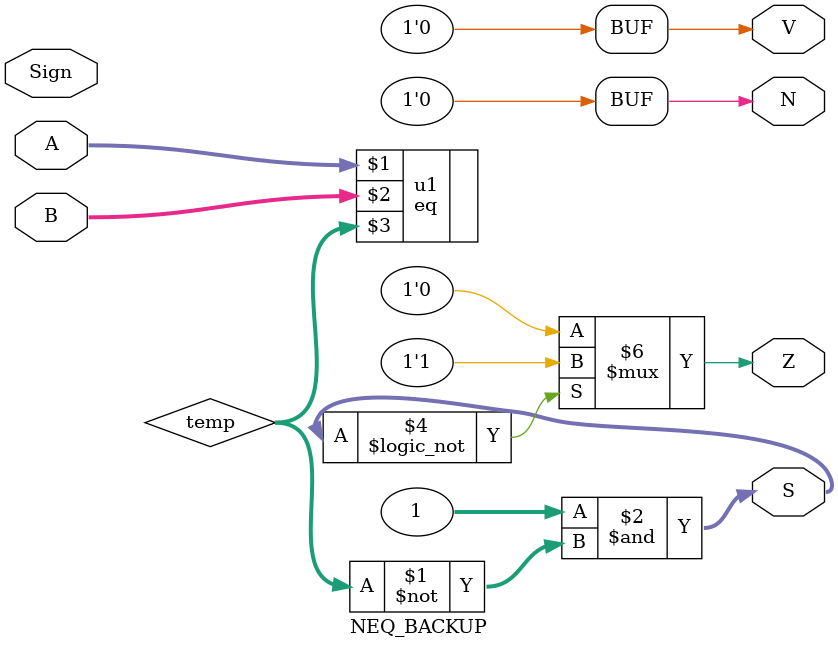
<source format=v>
`timescale 1ns / 1ps

module NEQ( A, B, Sign, S, V);

    input [31:0] A;
    input [31:0] B;
    input Sign;

    output reg [31:0] S;
    output reg V;

    always@(*)
    begin
        if (A != B) S = 1;
	    else S = 0;
        V = 0;
    end

endmodule

module NEQ_BACKUP( A, B, Sign, S, Z, V, N);

    input [31:0] A;
    input [31:0] B;
    input Sign;

    output [31:0] S;
    output reg Z;
    output reg V;
    output reg N;

    wire   [31:0] temp;
    eq u1(A,B,temp);
    assign S = 32'b1&(~temp);

    always@(*)
    begin
      //  if (A != B) S = 1;
	  //  else S = 0;
        V = 0;
        N = 0;
        if (S == 0) Z = 1;
        else Z = 0;
    end

endmodule


</source>
